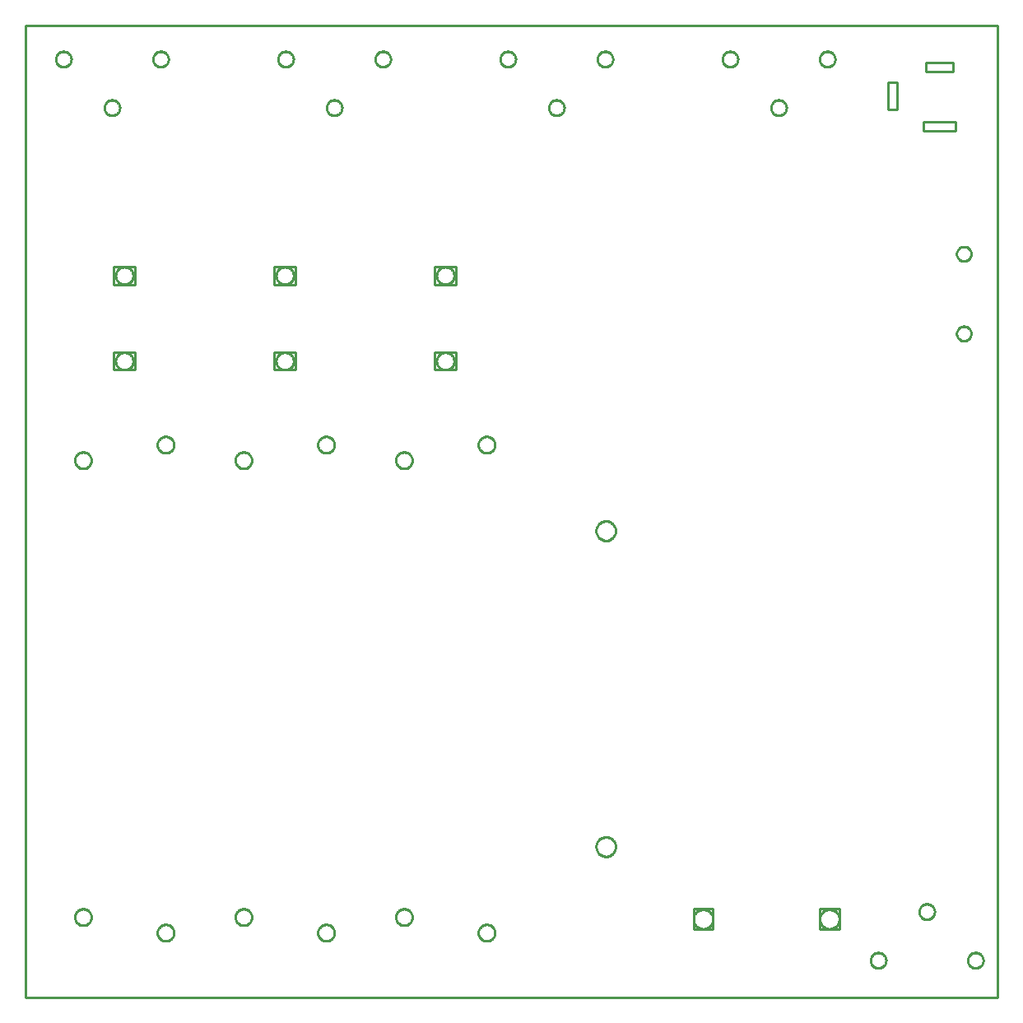
<source format=gbr>
G04 EAGLE Gerber RS-274X export*
G75*
%MOMM*%
%FSLAX34Y34*%
%LPD*%
%IN*%
%IPPOS*%
%AMOC8*
5,1,8,0,0,1.08239X$1,22.5*%
G01*
%ADD10C,0.254000*%


D10*
X0Y0D02*
X1000000Y0D01*
X1000000Y1000000D01*
X0Y1000000D01*
X0Y0D01*
X925800Y952100D02*
X953800Y952100D01*
X953800Y962100D01*
X925800Y962100D01*
X925800Y952100D01*
X886800Y913100D02*
X896800Y913100D01*
X896800Y941100D01*
X886800Y941100D01*
X886800Y913100D01*
X923300Y891100D02*
X956300Y891100D01*
X956300Y901100D01*
X923300Y901100D01*
X923300Y891100D01*
X687000Y70000D02*
X707000Y70000D01*
X707000Y91000D01*
X687000Y91000D01*
X687000Y70000D01*
X817000Y70000D02*
X837000Y70000D01*
X837000Y91000D01*
X817000Y91000D01*
X817000Y70000D01*
X90600Y733500D02*
X112600Y733500D01*
X112600Y751500D01*
X90600Y751500D01*
X90600Y733500D01*
X90600Y645500D02*
X112600Y645500D01*
X112600Y663500D01*
X90600Y663500D01*
X90600Y645500D01*
X420800Y733500D02*
X442800Y733500D01*
X442800Y751500D01*
X420800Y751500D01*
X420800Y733500D01*
X420800Y645500D02*
X442800Y645500D01*
X442800Y663500D01*
X420800Y663500D01*
X420800Y645500D01*
X255700Y645500D02*
X277700Y645500D01*
X277700Y663500D01*
X255700Y663500D01*
X255700Y645500D01*
X255700Y733500D02*
X277700Y733500D01*
X277700Y751500D01*
X255700Y751500D01*
X255700Y733500D01*
X267093Y663500D02*
X267876Y663432D01*
X268650Y663295D01*
X269409Y663092D01*
X270147Y662823D01*
X270860Y662491D01*
X271540Y662098D01*
X272184Y661647D01*
X272786Y661142D01*
X273342Y660586D01*
X273847Y659984D01*
X274298Y659340D01*
X274691Y658660D01*
X275023Y657947D01*
X275292Y657209D01*
X275495Y656450D01*
X275632Y655676D01*
X275700Y654893D01*
X275700Y654107D01*
X275632Y653324D01*
X275495Y652550D01*
X275292Y651791D01*
X275023Y651053D01*
X274691Y650340D01*
X274298Y649660D01*
X273847Y649016D01*
X273342Y648414D01*
X272786Y647858D01*
X272184Y647353D01*
X271540Y646902D01*
X270860Y646509D01*
X270147Y646177D01*
X269409Y645908D01*
X268650Y645705D01*
X267876Y645569D01*
X267093Y645500D01*
X266307Y645500D01*
X265524Y645569D01*
X264750Y645705D01*
X263991Y645908D01*
X263253Y646177D01*
X262540Y646509D01*
X261860Y646902D01*
X261216Y647353D01*
X260614Y647858D01*
X260058Y648414D01*
X259553Y649016D01*
X259102Y649660D01*
X258709Y650340D01*
X258377Y651053D01*
X258108Y651791D01*
X257905Y652550D01*
X257769Y653324D01*
X257700Y654107D01*
X257700Y654893D01*
X257769Y655676D01*
X257905Y656450D01*
X258108Y657209D01*
X258377Y657947D01*
X258709Y658660D01*
X259102Y659340D01*
X259553Y659984D01*
X260058Y660586D01*
X260614Y661142D01*
X261216Y661647D01*
X261860Y662098D01*
X262540Y662491D01*
X263253Y662823D01*
X263991Y663092D01*
X264750Y663295D01*
X265524Y663432D01*
X266307Y663500D01*
X267093Y663500D01*
X267093Y751500D02*
X267876Y751432D01*
X268650Y751295D01*
X269409Y751092D01*
X270147Y750823D01*
X270860Y750491D01*
X271540Y750098D01*
X272184Y749647D01*
X272786Y749142D01*
X273342Y748586D01*
X273847Y747984D01*
X274298Y747340D01*
X274691Y746660D01*
X275023Y745947D01*
X275292Y745209D01*
X275495Y744450D01*
X275632Y743676D01*
X275700Y742893D01*
X275700Y742107D01*
X275632Y741324D01*
X275495Y740550D01*
X275292Y739791D01*
X275023Y739053D01*
X274691Y738340D01*
X274298Y737660D01*
X273847Y737016D01*
X273342Y736414D01*
X272786Y735858D01*
X272184Y735353D01*
X271540Y734902D01*
X270860Y734509D01*
X270147Y734177D01*
X269409Y733908D01*
X268650Y733705D01*
X267876Y733569D01*
X267093Y733500D01*
X266307Y733500D01*
X265524Y733569D01*
X264750Y733705D01*
X263991Y733908D01*
X263253Y734177D01*
X262540Y734509D01*
X261860Y734902D01*
X261216Y735353D01*
X260614Y735858D01*
X260058Y736414D01*
X259553Y737016D01*
X259102Y737660D01*
X258709Y738340D01*
X258377Y739053D01*
X258108Y739791D01*
X257905Y740550D01*
X257769Y741324D01*
X257700Y742107D01*
X257700Y742893D01*
X257769Y743676D01*
X257905Y744450D01*
X258108Y745209D01*
X258377Y745947D01*
X258709Y746660D01*
X259102Y747340D01*
X259553Y747984D01*
X260058Y748586D01*
X260614Y749142D01*
X261216Y749647D01*
X261860Y750098D01*
X262540Y750491D01*
X263253Y750823D01*
X263991Y751092D01*
X264750Y751295D01*
X265524Y751432D01*
X266307Y751500D01*
X267093Y751500D01*
X432193Y663500D02*
X432976Y663432D01*
X433750Y663295D01*
X434509Y663092D01*
X435247Y662823D01*
X435960Y662491D01*
X436640Y662098D01*
X437284Y661647D01*
X437886Y661142D01*
X438442Y660586D01*
X438947Y659984D01*
X439398Y659340D01*
X439791Y658660D01*
X440123Y657947D01*
X440392Y657209D01*
X440595Y656450D01*
X440732Y655676D01*
X440800Y654893D01*
X440800Y654107D01*
X440732Y653324D01*
X440595Y652550D01*
X440392Y651791D01*
X440123Y651053D01*
X439791Y650340D01*
X439398Y649660D01*
X438947Y649016D01*
X438442Y648414D01*
X437886Y647858D01*
X437284Y647353D01*
X436640Y646902D01*
X435960Y646509D01*
X435247Y646177D01*
X434509Y645908D01*
X433750Y645705D01*
X432976Y645569D01*
X432193Y645500D01*
X431407Y645500D01*
X430624Y645569D01*
X429850Y645705D01*
X429091Y645908D01*
X428353Y646177D01*
X427640Y646509D01*
X426960Y646902D01*
X426316Y647353D01*
X425714Y647858D01*
X425158Y648414D01*
X424653Y649016D01*
X424202Y649660D01*
X423809Y650340D01*
X423477Y651053D01*
X423208Y651791D01*
X423005Y652550D01*
X422869Y653324D01*
X422800Y654107D01*
X422800Y654893D01*
X422869Y655676D01*
X423005Y656450D01*
X423208Y657209D01*
X423477Y657947D01*
X423809Y658660D01*
X424202Y659340D01*
X424653Y659984D01*
X425158Y660586D01*
X425714Y661142D01*
X426316Y661647D01*
X426960Y662098D01*
X427640Y662491D01*
X428353Y662823D01*
X429091Y663092D01*
X429850Y663295D01*
X430624Y663432D01*
X431407Y663500D01*
X432193Y663500D01*
X432193Y751500D02*
X432976Y751432D01*
X433750Y751295D01*
X434509Y751092D01*
X435247Y750823D01*
X435960Y750491D01*
X436640Y750098D01*
X437284Y749647D01*
X437886Y749142D01*
X438442Y748586D01*
X438947Y747984D01*
X439398Y747340D01*
X439791Y746660D01*
X440123Y745947D01*
X440392Y745209D01*
X440595Y744450D01*
X440732Y743676D01*
X440800Y742893D01*
X440800Y742107D01*
X440732Y741324D01*
X440595Y740550D01*
X440392Y739791D01*
X440123Y739053D01*
X439791Y738340D01*
X439398Y737660D01*
X438947Y737016D01*
X438442Y736414D01*
X437886Y735858D01*
X437284Y735353D01*
X436640Y734902D01*
X435960Y734509D01*
X435247Y734177D01*
X434509Y733908D01*
X433750Y733705D01*
X432976Y733569D01*
X432193Y733500D01*
X431407Y733500D01*
X430624Y733569D01*
X429850Y733705D01*
X429091Y733908D01*
X428353Y734177D01*
X427640Y734509D01*
X426960Y734902D01*
X426316Y735353D01*
X425714Y735858D01*
X425158Y736414D01*
X424653Y737016D01*
X424202Y737660D01*
X423809Y738340D01*
X423477Y739053D01*
X423208Y739791D01*
X423005Y740550D01*
X422869Y741324D01*
X422800Y742107D01*
X422800Y742893D01*
X422869Y743676D01*
X423005Y744450D01*
X423208Y745209D01*
X423477Y745947D01*
X423809Y746660D01*
X424202Y747340D01*
X424653Y747984D01*
X425158Y748586D01*
X425714Y749142D01*
X426316Y749647D01*
X426960Y750098D01*
X427640Y750491D01*
X428353Y750823D01*
X429091Y751092D01*
X429850Y751295D01*
X430624Y751432D01*
X431407Y751500D01*
X432193Y751500D01*
X101993Y663500D02*
X102776Y663432D01*
X103550Y663295D01*
X104309Y663092D01*
X105047Y662823D01*
X105760Y662491D01*
X106440Y662098D01*
X107084Y661647D01*
X107686Y661142D01*
X108242Y660586D01*
X108747Y659984D01*
X109198Y659340D01*
X109591Y658660D01*
X109923Y657947D01*
X110192Y657209D01*
X110395Y656450D01*
X110532Y655676D01*
X110600Y654893D01*
X110600Y654107D01*
X110532Y653324D01*
X110395Y652550D01*
X110192Y651791D01*
X109923Y651053D01*
X109591Y650340D01*
X109198Y649660D01*
X108747Y649016D01*
X108242Y648414D01*
X107686Y647858D01*
X107084Y647353D01*
X106440Y646902D01*
X105760Y646509D01*
X105047Y646177D01*
X104309Y645908D01*
X103550Y645705D01*
X102776Y645569D01*
X101993Y645500D01*
X101207Y645500D01*
X100424Y645569D01*
X99650Y645705D01*
X98891Y645908D01*
X98153Y646177D01*
X97440Y646509D01*
X96760Y646902D01*
X96116Y647353D01*
X95514Y647858D01*
X94958Y648414D01*
X94453Y649016D01*
X94002Y649660D01*
X93609Y650340D01*
X93277Y651053D01*
X93008Y651791D01*
X92805Y652550D01*
X92669Y653324D01*
X92600Y654107D01*
X92600Y654893D01*
X92669Y655676D01*
X92805Y656450D01*
X93008Y657209D01*
X93277Y657947D01*
X93609Y658660D01*
X94002Y659340D01*
X94453Y659984D01*
X94958Y660586D01*
X95514Y661142D01*
X96116Y661647D01*
X96760Y662098D01*
X97440Y662491D01*
X98153Y662823D01*
X98891Y663092D01*
X99650Y663295D01*
X100424Y663432D01*
X101207Y663500D01*
X101993Y663500D01*
X101993Y751500D02*
X102776Y751432D01*
X103550Y751295D01*
X104309Y751092D01*
X105047Y750823D01*
X105760Y750491D01*
X106440Y750098D01*
X107084Y749647D01*
X107686Y749142D01*
X108242Y748586D01*
X108747Y747984D01*
X109198Y747340D01*
X109591Y746660D01*
X109923Y745947D01*
X110192Y745209D01*
X110395Y744450D01*
X110532Y743676D01*
X110600Y742893D01*
X110600Y742107D01*
X110532Y741324D01*
X110395Y740550D01*
X110192Y739791D01*
X109923Y739053D01*
X109591Y738340D01*
X109198Y737660D01*
X108747Y737016D01*
X108242Y736414D01*
X107686Y735858D01*
X107084Y735353D01*
X106440Y734902D01*
X105760Y734509D01*
X105047Y734177D01*
X104309Y733908D01*
X103550Y733705D01*
X102776Y733569D01*
X101993Y733500D01*
X101207Y733500D01*
X100424Y733569D01*
X99650Y733705D01*
X98891Y733908D01*
X98153Y734177D01*
X97440Y734509D01*
X96760Y734902D01*
X96116Y735353D01*
X95514Y735858D01*
X94958Y736414D01*
X94453Y737016D01*
X94002Y737660D01*
X93609Y738340D01*
X93277Y739053D01*
X93008Y739791D01*
X92805Y740550D01*
X92669Y741324D01*
X92600Y742107D01*
X92600Y742893D01*
X92669Y743676D01*
X92805Y744450D01*
X93008Y745209D01*
X93277Y745947D01*
X93609Y746660D01*
X94002Y747340D01*
X94453Y747984D01*
X94958Y748586D01*
X95514Y749142D01*
X96116Y749647D01*
X96760Y750098D01*
X97440Y750491D01*
X98153Y750823D01*
X98891Y751092D01*
X99650Y751295D01*
X100424Y751432D01*
X101207Y751500D01*
X101993Y751500D01*
X964832Y757400D02*
X964098Y757472D01*
X963375Y757616D01*
X962670Y757830D01*
X961989Y758112D01*
X961340Y758459D01*
X960727Y758869D01*
X960157Y759336D01*
X959636Y759857D01*
X959169Y760427D01*
X958759Y761040D01*
X958412Y761689D01*
X958130Y762370D01*
X957916Y763075D01*
X957772Y763798D01*
X957700Y764532D01*
X957700Y765268D01*
X957772Y766002D01*
X957916Y766725D01*
X958130Y767430D01*
X958412Y768111D01*
X958759Y768760D01*
X959169Y769373D01*
X959636Y769943D01*
X960157Y770464D01*
X960727Y770931D01*
X961340Y771341D01*
X961989Y771688D01*
X962670Y771970D01*
X963375Y772184D01*
X964098Y772328D01*
X964832Y772400D01*
X965568Y772400D01*
X966302Y772328D01*
X967025Y772184D01*
X967730Y771970D01*
X968411Y771688D01*
X969060Y771341D01*
X969673Y770931D01*
X970243Y770464D01*
X970764Y769943D01*
X971231Y769373D01*
X971641Y768760D01*
X971988Y768111D01*
X972270Y767430D01*
X972484Y766725D01*
X972628Y766002D01*
X972700Y765268D01*
X972700Y764532D01*
X972628Y763798D01*
X972484Y763075D01*
X972270Y762370D01*
X971988Y761689D01*
X971641Y761040D01*
X971231Y760427D01*
X970764Y759857D01*
X970243Y759336D01*
X969673Y758869D01*
X969060Y758459D01*
X968411Y758112D01*
X967730Y757830D01*
X967025Y757616D01*
X966302Y757472D01*
X965568Y757400D01*
X964832Y757400D01*
X964832Y675400D02*
X964098Y675472D01*
X963375Y675616D01*
X962670Y675830D01*
X961989Y676112D01*
X961340Y676459D01*
X960727Y676869D01*
X960157Y677336D01*
X959636Y677857D01*
X959169Y678427D01*
X958759Y679040D01*
X958412Y679689D01*
X958130Y680370D01*
X957916Y681075D01*
X957772Y681798D01*
X957700Y682532D01*
X957700Y683268D01*
X957772Y684002D01*
X957916Y684725D01*
X958130Y685430D01*
X958412Y686111D01*
X958759Y686760D01*
X959169Y687373D01*
X959636Y687943D01*
X960157Y688464D01*
X960727Y688931D01*
X961340Y689341D01*
X961989Y689688D01*
X962670Y689970D01*
X963375Y690184D01*
X964098Y690328D01*
X964832Y690400D01*
X965568Y690400D01*
X966302Y690328D01*
X967025Y690184D01*
X967730Y689970D01*
X968411Y689688D01*
X969060Y689341D01*
X969673Y688931D01*
X970243Y688464D01*
X970764Y687943D01*
X971231Y687373D01*
X971641Y686760D01*
X971988Y686111D01*
X972270Y685430D01*
X972484Y684725D01*
X972628Y684002D01*
X972700Y683268D01*
X972700Y682532D01*
X972628Y681798D01*
X972484Y681075D01*
X972270Y680370D01*
X971988Y679689D01*
X971641Y679040D01*
X971231Y678427D01*
X970764Y677857D01*
X970243Y677336D01*
X969673Y676869D01*
X969060Y676459D01*
X968411Y676112D01*
X967730Y675830D01*
X967025Y675616D01*
X966302Y675472D01*
X965568Y675400D01*
X964832Y675400D01*
X877493Y46100D02*
X878275Y46023D01*
X879046Y45870D01*
X879798Y45641D01*
X880525Y45341D01*
X881218Y44970D01*
X881871Y44533D01*
X882479Y44035D01*
X883035Y43479D01*
X883533Y42871D01*
X883970Y42218D01*
X884341Y41525D01*
X884641Y40798D01*
X884870Y40046D01*
X885023Y39275D01*
X885100Y38493D01*
X885100Y37707D01*
X885023Y36925D01*
X884870Y36154D01*
X884641Y35402D01*
X884341Y34675D01*
X883970Y33982D01*
X883533Y33329D01*
X883035Y32721D01*
X882479Y32165D01*
X881871Y31667D01*
X881218Y31230D01*
X880525Y30859D01*
X879798Y30559D01*
X879046Y30330D01*
X878275Y30177D01*
X877493Y30100D01*
X876707Y30100D01*
X875925Y30177D01*
X875154Y30330D01*
X874402Y30559D01*
X873675Y30859D01*
X872982Y31230D01*
X872329Y31667D01*
X871721Y32165D01*
X871165Y32721D01*
X870667Y33329D01*
X870230Y33982D01*
X869859Y34675D01*
X869559Y35402D01*
X869330Y36154D01*
X869177Y36925D01*
X869100Y37707D01*
X869100Y38493D01*
X869177Y39275D01*
X869330Y40046D01*
X869559Y40798D01*
X869859Y41525D01*
X870230Y42218D01*
X870667Y42871D01*
X871165Y43479D01*
X871721Y44035D01*
X872329Y44533D01*
X872982Y44970D01*
X873675Y45341D01*
X874402Y45641D01*
X875154Y45870D01*
X875925Y46023D01*
X876707Y46100D01*
X877493Y46100D01*
X977493Y46100D02*
X978275Y46023D01*
X979046Y45870D01*
X979798Y45641D01*
X980525Y45341D01*
X981218Y44970D01*
X981871Y44533D01*
X982479Y44035D01*
X983035Y43479D01*
X983533Y42871D01*
X983970Y42218D01*
X984341Y41525D01*
X984641Y40798D01*
X984870Y40046D01*
X985023Y39275D01*
X985100Y38493D01*
X985100Y37707D01*
X985023Y36925D01*
X984870Y36154D01*
X984641Y35402D01*
X984341Y34675D01*
X983970Y33982D01*
X983533Y33329D01*
X983035Y32721D01*
X982479Y32165D01*
X981871Y31667D01*
X981218Y31230D01*
X980525Y30859D01*
X979798Y30559D01*
X979046Y30330D01*
X978275Y30177D01*
X977493Y30100D01*
X976707Y30100D01*
X975925Y30177D01*
X975154Y30330D01*
X974402Y30559D01*
X973675Y30859D01*
X972982Y31230D01*
X972329Y31667D01*
X971721Y32165D01*
X971165Y32721D01*
X970667Y33329D01*
X970230Y33982D01*
X969859Y34675D01*
X969559Y35402D01*
X969330Y36154D01*
X969177Y36925D01*
X969100Y37707D01*
X969100Y38493D01*
X969177Y39275D01*
X969330Y40046D01*
X969559Y40798D01*
X969859Y41525D01*
X970230Y42218D01*
X970667Y42871D01*
X971165Y43479D01*
X971721Y44035D01*
X972329Y44533D01*
X972982Y44970D01*
X973675Y45341D01*
X974402Y45641D01*
X975154Y45870D01*
X975925Y46023D01*
X976707Y46100D01*
X977493Y46100D01*
X927493Y96100D02*
X928275Y96023D01*
X929046Y95870D01*
X929798Y95641D01*
X930525Y95341D01*
X931218Y94970D01*
X931871Y94533D01*
X932479Y94035D01*
X933035Y93479D01*
X933533Y92871D01*
X933970Y92218D01*
X934341Y91525D01*
X934641Y90798D01*
X934870Y90046D01*
X935023Y89275D01*
X935100Y88493D01*
X935100Y87707D01*
X935023Y86925D01*
X934870Y86154D01*
X934641Y85402D01*
X934341Y84675D01*
X933970Y83982D01*
X933533Y83329D01*
X933035Y82721D01*
X932479Y82165D01*
X931871Y81667D01*
X931218Y81230D01*
X930525Y80859D01*
X929798Y80559D01*
X929046Y80330D01*
X928275Y80177D01*
X927493Y80100D01*
X926707Y80100D01*
X925925Y80177D01*
X925154Y80330D01*
X924402Y80559D01*
X923675Y80859D01*
X922982Y81230D01*
X922329Y81667D01*
X921721Y82165D01*
X921165Y82721D01*
X920667Y83329D01*
X920230Y83982D01*
X919859Y84675D01*
X919559Y85402D01*
X919330Y86154D01*
X919177Y86925D01*
X919100Y87707D01*
X919100Y88493D01*
X919177Y89275D01*
X919330Y90046D01*
X919559Y90798D01*
X919859Y91525D01*
X920230Y92218D01*
X920667Y92871D01*
X921165Y93479D01*
X921721Y94035D01*
X922329Y94533D01*
X922982Y94970D01*
X923675Y95341D01*
X924402Y95641D01*
X925154Y95870D01*
X925925Y96023D01*
X926707Y96100D01*
X927493Y96100D01*
X597337Y165000D02*
X598207Y164924D01*
X599066Y164772D01*
X599910Y164546D01*
X600730Y164248D01*
X601522Y163879D01*
X602278Y163442D01*
X602993Y162941D01*
X603662Y162380D01*
X604280Y161762D01*
X604841Y161093D01*
X605342Y160378D01*
X605779Y159622D01*
X606148Y158830D01*
X606446Y158010D01*
X606672Y157166D01*
X606824Y156307D01*
X606900Y155437D01*
X606900Y154563D01*
X606824Y153694D01*
X606672Y152834D01*
X606446Y151990D01*
X606148Y151170D01*
X605779Y150378D01*
X605342Y149622D01*
X604841Y148907D01*
X604280Y148238D01*
X603662Y147620D01*
X602993Y147059D01*
X602278Y146558D01*
X601522Y146121D01*
X600730Y145752D01*
X599910Y145454D01*
X599066Y145228D01*
X598207Y145076D01*
X597337Y145000D01*
X596463Y145000D01*
X595594Y145076D01*
X594734Y145228D01*
X593890Y145454D01*
X593070Y145752D01*
X592278Y146121D01*
X591522Y146558D01*
X590807Y147059D01*
X590138Y147620D01*
X589520Y148238D01*
X588959Y148907D01*
X588458Y149622D01*
X588021Y150378D01*
X587652Y151170D01*
X587354Y151990D01*
X587128Y152834D01*
X586976Y153694D01*
X586900Y154563D01*
X586900Y155437D01*
X586976Y156307D01*
X587128Y157166D01*
X587354Y158010D01*
X587652Y158830D01*
X588021Y159622D01*
X588458Y160378D01*
X588959Y161093D01*
X589520Y161762D01*
X590138Y162380D01*
X590807Y162941D01*
X591522Y163442D01*
X592278Y163879D01*
X593070Y164248D01*
X593890Y164546D01*
X594734Y164772D01*
X595594Y164924D01*
X596463Y165000D01*
X597337Y165000D01*
X597337Y490000D02*
X598207Y489924D01*
X599066Y489772D01*
X599910Y489546D01*
X600730Y489248D01*
X601522Y488879D01*
X602278Y488442D01*
X602993Y487941D01*
X603662Y487380D01*
X604280Y486762D01*
X604841Y486093D01*
X605342Y485378D01*
X605779Y484622D01*
X606148Y483830D01*
X606446Y483010D01*
X606672Y482166D01*
X606824Y481307D01*
X606900Y480437D01*
X606900Y479563D01*
X606824Y478694D01*
X606672Y477834D01*
X606446Y476990D01*
X606148Y476170D01*
X605779Y475378D01*
X605342Y474622D01*
X604841Y473907D01*
X604280Y473238D01*
X603662Y472620D01*
X602993Y472059D01*
X602278Y471558D01*
X601522Y471121D01*
X600730Y470752D01*
X599910Y470454D01*
X599066Y470228D01*
X598207Y470076D01*
X597337Y470000D01*
X596463Y470000D01*
X595594Y470076D01*
X594734Y470228D01*
X593890Y470454D01*
X593070Y470752D01*
X592278Y471121D01*
X591522Y471558D01*
X590807Y472059D01*
X590138Y472620D01*
X589520Y473238D01*
X588959Y473907D01*
X588458Y474622D01*
X588021Y475378D01*
X587652Y476170D01*
X587354Y476990D01*
X587128Y477834D01*
X586976Y478694D01*
X586900Y479563D01*
X586900Y480437D01*
X586976Y481307D01*
X587128Y482166D01*
X587354Y483010D01*
X587652Y483830D01*
X588021Y484622D01*
X588458Y485378D01*
X588959Y486093D01*
X589520Y486762D01*
X590138Y487380D01*
X590807Y487941D01*
X591522Y488442D01*
X592278Y488879D01*
X593070Y489248D01*
X593890Y489546D01*
X594734Y489772D01*
X595594Y489924D01*
X596463Y490000D01*
X597337Y490000D01*
X59471Y91000D02*
X60211Y90935D01*
X60942Y90806D01*
X61658Y90614D01*
X62356Y90360D01*
X63029Y90047D01*
X63671Y89676D01*
X64279Y89250D01*
X64848Y88773D01*
X65373Y88248D01*
X65850Y87679D01*
X66276Y87071D01*
X66647Y86429D01*
X66960Y85756D01*
X67214Y85058D01*
X67406Y84342D01*
X67535Y83611D01*
X67600Y82871D01*
X67600Y82129D01*
X67535Y81389D01*
X67406Y80659D01*
X67214Y79942D01*
X66960Y79244D01*
X66647Y78571D01*
X66276Y77929D01*
X65850Y77321D01*
X65373Y76752D01*
X64848Y76227D01*
X64279Y75750D01*
X63671Y75324D01*
X63029Y74953D01*
X62356Y74640D01*
X61658Y74386D01*
X60942Y74194D01*
X60211Y74065D01*
X59471Y74000D01*
X58729Y74000D01*
X57989Y74065D01*
X57259Y74194D01*
X56542Y74386D01*
X55844Y74640D01*
X55171Y74953D01*
X54529Y75324D01*
X53921Y75750D01*
X53352Y76227D01*
X52827Y76752D01*
X52350Y77321D01*
X51924Y77929D01*
X51553Y78571D01*
X51240Y79244D01*
X50986Y79942D01*
X50794Y80659D01*
X50665Y81389D01*
X50600Y82129D01*
X50600Y82871D01*
X50665Y83611D01*
X50794Y84342D01*
X50986Y85058D01*
X51240Y85756D01*
X51553Y86429D01*
X51924Y87071D01*
X52350Y87679D01*
X52827Y88248D01*
X53352Y88773D01*
X53921Y89250D01*
X54529Y89676D01*
X55171Y90047D01*
X55844Y90360D01*
X56542Y90614D01*
X57259Y90806D01*
X57989Y90935D01*
X58729Y91000D01*
X59471Y91000D01*
X59471Y561000D02*
X60211Y560935D01*
X60942Y560806D01*
X61658Y560614D01*
X62356Y560360D01*
X63029Y560047D01*
X63671Y559676D01*
X64279Y559250D01*
X64848Y558773D01*
X65373Y558248D01*
X65850Y557679D01*
X66276Y557071D01*
X66647Y556429D01*
X66960Y555756D01*
X67214Y555058D01*
X67406Y554342D01*
X67535Y553611D01*
X67600Y552871D01*
X67600Y552129D01*
X67535Y551389D01*
X67406Y550659D01*
X67214Y549942D01*
X66960Y549244D01*
X66647Y548571D01*
X66276Y547929D01*
X65850Y547321D01*
X65373Y546752D01*
X64848Y546227D01*
X64279Y545750D01*
X63671Y545324D01*
X63029Y544953D01*
X62356Y544640D01*
X61658Y544386D01*
X60942Y544194D01*
X60211Y544065D01*
X59471Y544000D01*
X58729Y544000D01*
X57989Y544065D01*
X57259Y544194D01*
X56542Y544386D01*
X55844Y544640D01*
X55171Y544953D01*
X54529Y545324D01*
X53921Y545750D01*
X53352Y546227D01*
X52827Y546752D01*
X52350Y547321D01*
X51924Y547929D01*
X51553Y548571D01*
X51240Y549244D01*
X50986Y549942D01*
X50794Y550659D01*
X50665Y551389D01*
X50600Y552129D01*
X50600Y552871D01*
X50665Y553611D01*
X50794Y554342D01*
X50986Y555058D01*
X51240Y555756D01*
X51553Y556429D01*
X51924Y557071D01*
X52350Y557679D01*
X52827Y558248D01*
X53352Y558773D01*
X53921Y559250D01*
X54529Y559676D01*
X55171Y560047D01*
X55844Y560360D01*
X56542Y560614D01*
X57259Y560806D01*
X57989Y560935D01*
X58729Y561000D01*
X59471Y561000D01*
X144471Y75000D02*
X145211Y74935D01*
X145942Y74806D01*
X146658Y74614D01*
X147356Y74360D01*
X148029Y74047D01*
X148671Y73676D01*
X149279Y73250D01*
X149848Y72773D01*
X150373Y72248D01*
X150850Y71679D01*
X151276Y71071D01*
X151647Y70429D01*
X151960Y69756D01*
X152214Y69058D01*
X152406Y68342D01*
X152535Y67611D01*
X152600Y66871D01*
X152600Y66129D01*
X152535Y65389D01*
X152406Y64659D01*
X152214Y63942D01*
X151960Y63244D01*
X151647Y62571D01*
X151276Y61929D01*
X150850Y61321D01*
X150373Y60752D01*
X149848Y60227D01*
X149279Y59750D01*
X148671Y59324D01*
X148029Y58953D01*
X147356Y58640D01*
X146658Y58386D01*
X145942Y58194D01*
X145211Y58065D01*
X144471Y58000D01*
X143729Y58000D01*
X142989Y58065D01*
X142259Y58194D01*
X141542Y58386D01*
X140844Y58640D01*
X140171Y58953D01*
X139529Y59324D01*
X138921Y59750D01*
X138352Y60227D01*
X137827Y60752D01*
X137350Y61321D01*
X136924Y61929D01*
X136553Y62571D01*
X136240Y63244D01*
X135986Y63942D01*
X135794Y64659D01*
X135665Y65389D01*
X135600Y66129D01*
X135600Y66871D01*
X135665Y67611D01*
X135794Y68342D01*
X135986Y69058D01*
X136240Y69756D01*
X136553Y70429D01*
X136924Y71071D01*
X137350Y71679D01*
X137827Y72248D01*
X138352Y72773D01*
X138921Y73250D01*
X139529Y73676D01*
X140171Y74047D01*
X140844Y74360D01*
X141542Y74614D01*
X142259Y74806D01*
X142989Y74935D01*
X143729Y75000D01*
X144471Y75000D01*
X144471Y577000D02*
X145211Y576935D01*
X145942Y576806D01*
X146658Y576614D01*
X147356Y576360D01*
X148029Y576047D01*
X148671Y575676D01*
X149279Y575250D01*
X149848Y574773D01*
X150373Y574248D01*
X150850Y573679D01*
X151276Y573071D01*
X151647Y572429D01*
X151960Y571756D01*
X152214Y571058D01*
X152406Y570342D01*
X152535Y569611D01*
X152600Y568871D01*
X152600Y568129D01*
X152535Y567389D01*
X152406Y566659D01*
X152214Y565942D01*
X151960Y565244D01*
X151647Y564571D01*
X151276Y563929D01*
X150850Y563321D01*
X150373Y562752D01*
X149848Y562227D01*
X149279Y561750D01*
X148671Y561324D01*
X148029Y560953D01*
X147356Y560640D01*
X146658Y560386D01*
X145942Y560194D01*
X145211Y560065D01*
X144471Y560000D01*
X143729Y560000D01*
X142989Y560065D01*
X142259Y560194D01*
X141542Y560386D01*
X140844Y560640D01*
X140171Y560953D01*
X139529Y561324D01*
X138921Y561750D01*
X138352Y562227D01*
X137827Y562752D01*
X137350Y563321D01*
X136924Y563929D01*
X136553Y564571D01*
X136240Y565244D01*
X135986Y565942D01*
X135794Y566659D01*
X135665Y567389D01*
X135600Y568129D01*
X135600Y568871D01*
X135665Y569611D01*
X135794Y570342D01*
X135986Y571058D01*
X136240Y571756D01*
X136553Y572429D01*
X136924Y573071D01*
X137350Y573679D01*
X137827Y574248D01*
X138352Y574773D01*
X138921Y575250D01*
X139529Y575676D01*
X140171Y576047D01*
X140844Y576360D01*
X141542Y576614D01*
X142259Y576806D01*
X142989Y576935D01*
X143729Y577000D01*
X144471Y577000D01*
X224571Y91000D02*
X225311Y90935D01*
X226042Y90806D01*
X226758Y90614D01*
X227456Y90360D01*
X228129Y90047D01*
X228771Y89676D01*
X229379Y89250D01*
X229948Y88773D01*
X230473Y88248D01*
X230950Y87679D01*
X231376Y87071D01*
X231747Y86429D01*
X232060Y85756D01*
X232314Y85058D01*
X232506Y84342D01*
X232635Y83611D01*
X232700Y82871D01*
X232700Y82129D01*
X232635Y81389D01*
X232506Y80659D01*
X232314Y79942D01*
X232060Y79244D01*
X231747Y78571D01*
X231376Y77929D01*
X230950Y77321D01*
X230473Y76752D01*
X229948Y76227D01*
X229379Y75750D01*
X228771Y75324D01*
X228129Y74953D01*
X227456Y74640D01*
X226758Y74386D01*
X226042Y74194D01*
X225311Y74065D01*
X224571Y74000D01*
X223829Y74000D01*
X223089Y74065D01*
X222359Y74194D01*
X221642Y74386D01*
X220944Y74640D01*
X220271Y74953D01*
X219629Y75324D01*
X219021Y75750D01*
X218452Y76227D01*
X217927Y76752D01*
X217450Y77321D01*
X217024Y77929D01*
X216653Y78571D01*
X216340Y79244D01*
X216086Y79942D01*
X215894Y80659D01*
X215765Y81389D01*
X215700Y82129D01*
X215700Y82871D01*
X215765Y83611D01*
X215894Y84342D01*
X216086Y85058D01*
X216340Y85756D01*
X216653Y86429D01*
X217024Y87071D01*
X217450Y87679D01*
X217927Y88248D01*
X218452Y88773D01*
X219021Y89250D01*
X219629Y89676D01*
X220271Y90047D01*
X220944Y90360D01*
X221642Y90614D01*
X222359Y90806D01*
X223089Y90935D01*
X223829Y91000D01*
X224571Y91000D01*
X224571Y561000D02*
X225311Y560935D01*
X226042Y560806D01*
X226758Y560614D01*
X227456Y560360D01*
X228129Y560047D01*
X228771Y559676D01*
X229379Y559250D01*
X229948Y558773D01*
X230473Y558248D01*
X230950Y557679D01*
X231376Y557071D01*
X231747Y556429D01*
X232060Y555756D01*
X232314Y555058D01*
X232506Y554342D01*
X232635Y553611D01*
X232700Y552871D01*
X232700Y552129D01*
X232635Y551389D01*
X232506Y550659D01*
X232314Y549942D01*
X232060Y549244D01*
X231747Y548571D01*
X231376Y547929D01*
X230950Y547321D01*
X230473Y546752D01*
X229948Y546227D01*
X229379Y545750D01*
X228771Y545324D01*
X228129Y544953D01*
X227456Y544640D01*
X226758Y544386D01*
X226042Y544194D01*
X225311Y544065D01*
X224571Y544000D01*
X223829Y544000D01*
X223089Y544065D01*
X222359Y544194D01*
X221642Y544386D01*
X220944Y544640D01*
X220271Y544953D01*
X219629Y545324D01*
X219021Y545750D01*
X218452Y546227D01*
X217927Y546752D01*
X217450Y547321D01*
X217024Y547929D01*
X216653Y548571D01*
X216340Y549244D01*
X216086Y549942D01*
X215894Y550659D01*
X215765Y551389D01*
X215700Y552129D01*
X215700Y552871D01*
X215765Y553611D01*
X215894Y554342D01*
X216086Y555058D01*
X216340Y555756D01*
X216653Y556429D01*
X217024Y557071D01*
X217450Y557679D01*
X217927Y558248D01*
X218452Y558773D01*
X219021Y559250D01*
X219629Y559676D01*
X220271Y560047D01*
X220944Y560360D01*
X221642Y560614D01*
X222359Y560806D01*
X223089Y560935D01*
X223829Y561000D01*
X224571Y561000D01*
X309571Y75000D02*
X310311Y74935D01*
X311042Y74806D01*
X311758Y74614D01*
X312456Y74360D01*
X313129Y74047D01*
X313771Y73676D01*
X314379Y73250D01*
X314948Y72773D01*
X315473Y72248D01*
X315950Y71679D01*
X316376Y71071D01*
X316747Y70429D01*
X317060Y69756D01*
X317314Y69058D01*
X317506Y68342D01*
X317635Y67611D01*
X317700Y66871D01*
X317700Y66129D01*
X317635Y65389D01*
X317506Y64659D01*
X317314Y63942D01*
X317060Y63244D01*
X316747Y62571D01*
X316376Y61929D01*
X315950Y61321D01*
X315473Y60752D01*
X314948Y60227D01*
X314379Y59750D01*
X313771Y59324D01*
X313129Y58953D01*
X312456Y58640D01*
X311758Y58386D01*
X311042Y58194D01*
X310311Y58065D01*
X309571Y58000D01*
X308829Y58000D01*
X308089Y58065D01*
X307359Y58194D01*
X306642Y58386D01*
X305944Y58640D01*
X305271Y58953D01*
X304629Y59324D01*
X304021Y59750D01*
X303452Y60227D01*
X302927Y60752D01*
X302450Y61321D01*
X302024Y61929D01*
X301653Y62571D01*
X301340Y63244D01*
X301086Y63942D01*
X300894Y64659D01*
X300765Y65389D01*
X300700Y66129D01*
X300700Y66871D01*
X300765Y67611D01*
X300894Y68342D01*
X301086Y69058D01*
X301340Y69756D01*
X301653Y70429D01*
X302024Y71071D01*
X302450Y71679D01*
X302927Y72248D01*
X303452Y72773D01*
X304021Y73250D01*
X304629Y73676D01*
X305271Y74047D01*
X305944Y74360D01*
X306642Y74614D01*
X307359Y74806D01*
X308089Y74935D01*
X308829Y75000D01*
X309571Y75000D01*
X309571Y577000D02*
X310311Y576935D01*
X311042Y576806D01*
X311758Y576614D01*
X312456Y576360D01*
X313129Y576047D01*
X313771Y575676D01*
X314379Y575250D01*
X314948Y574773D01*
X315473Y574248D01*
X315950Y573679D01*
X316376Y573071D01*
X316747Y572429D01*
X317060Y571756D01*
X317314Y571058D01*
X317506Y570342D01*
X317635Y569611D01*
X317700Y568871D01*
X317700Y568129D01*
X317635Y567389D01*
X317506Y566659D01*
X317314Y565942D01*
X317060Y565244D01*
X316747Y564571D01*
X316376Y563929D01*
X315950Y563321D01*
X315473Y562752D01*
X314948Y562227D01*
X314379Y561750D01*
X313771Y561324D01*
X313129Y560953D01*
X312456Y560640D01*
X311758Y560386D01*
X311042Y560194D01*
X310311Y560065D01*
X309571Y560000D01*
X308829Y560000D01*
X308089Y560065D01*
X307359Y560194D01*
X306642Y560386D01*
X305944Y560640D01*
X305271Y560953D01*
X304629Y561324D01*
X304021Y561750D01*
X303452Y562227D01*
X302927Y562752D01*
X302450Y563321D01*
X302024Y563929D01*
X301653Y564571D01*
X301340Y565244D01*
X301086Y565942D01*
X300894Y566659D01*
X300765Y567389D01*
X300700Y568129D01*
X300700Y568871D01*
X300765Y569611D01*
X300894Y570342D01*
X301086Y571058D01*
X301340Y571756D01*
X301653Y572429D01*
X302024Y573071D01*
X302450Y573679D01*
X302927Y574248D01*
X303452Y574773D01*
X304021Y575250D01*
X304629Y575676D01*
X305271Y576047D01*
X305944Y576360D01*
X306642Y576614D01*
X307359Y576806D01*
X308089Y576935D01*
X308829Y577000D01*
X309571Y577000D01*
X389671Y91000D02*
X390411Y90935D01*
X391142Y90806D01*
X391858Y90614D01*
X392556Y90360D01*
X393229Y90047D01*
X393871Y89676D01*
X394479Y89250D01*
X395048Y88773D01*
X395573Y88248D01*
X396050Y87679D01*
X396476Y87071D01*
X396847Y86429D01*
X397160Y85756D01*
X397414Y85058D01*
X397606Y84342D01*
X397735Y83611D01*
X397800Y82871D01*
X397800Y82129D01*
X397735Y81389D01*
X397606Y80659D01*
X397414Y79942D01*
X397160Y79244D01*
X396847Y78571D01*
X396476Y77929D01*
X396050Y77321D01*
X395573Y76752D01*
X395048Y76227D01*
X394479Y75750D01*
X393871Y75324D01*
X393229Y74953D01*
X392556Y74640D01*
X391858Y74386D01*
X391142Y74194D01*
X390411Y74065D01*
X389671Y74000D01*
X388929Y74000D01*
X388189Y74065D01*
X387459Y74194D01*
X386742Y74386D01*
X386044Y74640D01*
X385371Y74953D01*
X384729Y75324D01*
X384121Y75750D01*
X383552Y76227D01*
X383027Y76752D01*
X382550Y77321D01*
X382124Y77929D01*
X381753Y78571D01*
X381440Y79244D01*
X381186Y79942D01*
X380994Y80659D01*
X380865Y81389D01*
X380800Y82129D01*
X380800Y82871D01*
X380865Y83611D01*
X380994Y84342D01*
X381186Y85058D01*
X381440Y85756D01*
X381753Y86429D01*
X382124Y87071D01*
X382550Y87679D01*
X383027Y88248D01*
X383552Y88773D01*
X384121Y89250D01*
X384729Y89676D01*
X385371Y90047D01*
X386044Y90360D01*
X386742Y90614D01*
X387459Y90806D01*
X388189Y90935D01*
X388929Y91000D01*
X389671Y91000D01*
X389671Y561000D02*
X390411Y560935D01*
X391142Y560806D01*
X391858Y560614D01*
X392556Y560360D01*
X393229Y560047D01*
X393871Y559676D01*
X394479Y559250D01*
X395048Y558773D01*
X395573Y558248D01*
X396050Y557679D01*
X396476Y557071D01*
X396847Y556429D01*
X397160Y555756D01*
X397414Y555058D01*
X397606Y554342D01*
X397735Y553611D01*
X397800Y552871D01*
X397800Y552129D01*
X397735Y551389D01*
X397606Y550659D01*
X397414Y549942D01*
X397160Y549244D01*
X396847Y548571D01*
X396476Y547929D01*
X396050Y547321D01*
X395573Y546752D01*
X395048Y546227D01*
X394479Y545750D01*
X393871Y545324D01*
X393229Y544953D01*
X392556Y544640D01*
X391858Y544386D01*
X391142Y544194D01*
X390411Y544065D01*
X389671Y544000D01*
X388929Y544000D01*
X388189Y544065D01*
X387459Y544194D01*
X386742Y544386D01*
X386044Y544640D01*
X385371Y544953D01*
X384729Y545324D01*
X384121Y545750D01*
X383552Y546227D01*
X383027Y546752D01*
X382550Y547321D01*
X382124Y547929D01*
X381753Y548571D01*
X381440Y549244D01*
X381186Y549942D01*
X380994Y550659D01*
X380865Y551389D01*
X380800Y552129D01*
X380800Y552871D01*
X380865Y553611D01*
X380994Y554342D01*
X381186Y555058D01*
X381440Y555756D01*
X381753Y556429D01*
X382124Y557071D01*
X382550Y557679D01*
X383027Y558248D01*
X383552Y558773D01*
X384121Y559250D01*
X384729Y559676D01*
X385371Y560047D01*
X386044Y560360D01*
X386742Y560614D01*
X387459Y560806D01*
X388189Y560935D01*
X388929Y561000D01*
X389671Y561000D01*
X474671Y75000D02*
X475411Y74935D01*
X476142Y74806D01*
X476858Y74614D01*
X477556Y74360D01*
X478229Y74047D01*
X478871Y73676D01*
X479479Y73250D01*
X480048Y72773D01*
X480573Y72248D01*
X481050Y71679D01*
X481476Y71071D01*
X481847Y70429D01*
X482160Y69756D01*
X482414Y69058D01*
X482606Y68342D01*
X482735Y67611D01*
X482800Y66871D01*
X482800Y66129D01*
X482735Y65389D01*
X482606Y64659D01*
X482414Y63942D01*
X482160Y63244D01*
X481847Y62571D01*
X481476Y61929D01*
X481050Y61321D01*
X480573Y60752D01*
X480048Y60227D01*
X479479Y59750D01*
X478871Y59324D01*
X478229Y58953D01*
X477556Y58640D01*
X476858Y58386D01*
X476142Y58194D01*
X475411Y58065D01*
X474671Y58000D01*
X473929Y58000D01*
X473189Y58065D01*
X472459Y58194D01*
X471742Y58386D01*
X471044Y58640D01*
X470371Y58953D01*
X469729Y59324D01*
X469121Y59750D01*
X468552Y60227D01*
X468027Y60752D01*
X467550Y61321D01*
X467124Y61929D01*
X466753Y62571D01*
X466440Y63244D01*
X466186Y63942D01*
X465994Y64659D01*
X465865Y65389D01*
X465800Y66129D01*
X465800Y66871D01*
X465865Y67611D01*
X465994Y68342D01*
X466186Y69058D01*
X466440Y69756D01*
X466753Y70429D01*
X467124Y71071D01*
X467550Y71679D01*
X468027Y72248D01*
X468552Y72773D01*
X469121Y73250D01*
X469729Y73676D01*
X470371Y74047D01*
X471044Y74360D01*
X471742Y74614D01*
X472459Y74806D01*
X473189Y74935D01*
X473929Y75000D01*
X474671Y75000D01*
X474671Y577000D02*
X475411Y576935D01*
X476142Y576806D01*
X476858Y576614D01*
X477556Y576360D01*
X478229Y576047D01*
X478871Y575676D01*
X479479Y575250D01*
X480048Y574773D01*
X480573Y574248D01*
X481050Y573679D01*
X481476Y573071D01*
X481847Y572429D01*
X482160Y571756D01*
X482414Y571058D01*
X482606Y570342D01*
X482735Y569611D01*
X482800Y568871D01*
X482800Y568129D01*
X482735Y567389D01*
X482606Y566659D01*
X482414Y565942D01*
X482160Y565244D01*
X481847Y564571D01*
X481476Y563929D01*
X481050Y563321D01*
X480573Y562752D01*
X480048Y562227D01*
X479479Y561750D01*
X478871Y561324D01*
X478229Y560953D01*
X477556Y560640D01*
X476858Y560386D01*
X476142Y560194D01*
X475411Y560065D01*
X474671Y560000D01*
X473929Y560000D01*
X473189Y560065D01*
X472459Y560194D01*
X471742Y560386D01*
X471044Y560640D01*
X470371Y560953D01*
X469729Y561324D01*
X469121Y561750D01*
X468552Y562227D01*
X468027Y562752D01*
X467550Y563321D01*
X467124Y563929D01*
X466753Y564571D01*
X466440Y565244D01*
X466186Y565942D01*
X465994Y566659D01*
X465865Y567389D01*
X465800Y568129D01*
X465800Y568871D01*
X465865Y569611D01*
X465994Y570342D01*
X466186Y571058D01*
X466440Y571756D01*
X466753Y572429D01*
X467124Y573071D01*
X467550Y573679D01*
X468027Y574248D01*
X468552Y574773D01*
X469121Y575250D01*
X469729Y575676D01*
X470371Y576047D01*
X471044Y576360D01*
X471742Y576614D01*
X472459Y576806D01*
X473189Y576935D01*
X473929Y577000D01*
X474671Y577000D01*
X817000Y80937D02*
X817076Y81807D01*
X817228Y82666D01*
X817454Y83510D01*
X817752Y84330D01*
X818121Y85122D01*
X818558Y85878D01*
X819059Y86593D01*
X819620Y87262D01*
X820238Y87880D01*
X820907Y88441D01*
X821622Y88942D01*
X822378Y89379D01*
X823170Y89748D01*
X823990Y90046D01*
X824834Y90272D01*
X825694Y90424D01*
X826563Y90500D01*
X827437Y90500D01*
X828307Y90424D01*
X829166Y90272D01*
X830010Y90046D01*
X830830Y89748D01*
X831622Y89379D01*
X832378Y88942D01*
X833093Y88441D01*
X833762Y87880D01*
X834380Y87262D01*
X834941Y86593D01*
X835442Y85878D01*
X835879Y85122D01*
X836248Y84330D01*
X836546Y83510D01*
X836772Y82666D01*
X836924Y81807D01*
X837000Y80937D01*
X837000Y80063D01*
X836924Y79194D01*
X836772Y78334D01*
X836546Y77490D01*
X836248Y76670D01*
X835879Y75878D01*
X835442Y75122D01*
X834941Y74407D01*
X834380Y73738D01*
X833762Y73120D01*
X833093Y72559D01*
X832378Y72058D01*
X831622Y71621D01*
X830830Y71252D01*
X830010Y70954D01*
X829166Y70728D01*
X828307Y70576D01*
X827437Y70500D01*
X826563Y70500D01*
X825694Y70576D01*
X824834Y70728D01*
X823990Y70954D01*
X823170Y71252D01*
X822378Y71621D01*
X821622Y72058D01*
X820907Y72559D01*
X820238Y73120D01*
X819620Y73738D01*
X819059Y74407D01*
X818558Y75122D01*
X818121Y75878D01*
X817752Y76670D01*
X817454Y77490D01*
X817228Y78334D01*
X817076Y79194D01*
X817000Y80063D01*
X817000Y80937D01*
X687000Y80937D02*
X687076Y81807D01*
X687228Y82666D01*
X687454Y83510D01*
X687752Y84330D01*
X688121Y85122D01*
X688558Y85878D01*
X689059Y86593D01*
X689620Y87262D01*
X690238Y87880D01*
X690907Y88441D01*
X691622Y88942D01*
X692378Y89379D01*
X693170Y89748D01*
X693990Y90046D01*
X694834Y90272D01*
X695694Y90424D01*
X696563Y90500D01*
X697437Y90500D01*
X698307Y90424D01*
X699166Y90272D01*
X700010Y90046D01*
X700830Y89748D01*
X701622Y89379D01*
X702378Y88942D01*
X703093Y88441D01*
X703762Y87880D01*
X704380Y87262D01*
X704941Y86593D01*
X705442Y85878D01*
X705879Y85122D01*
X706248Y84330D01*
X706546Y83510D01*
X706772Y82666D01*
X706924Y81807D01*
X707000Y80937D01*
X707000Y80063D01*
X706924Y79194D01*
X706772Y78334D01*
X706546Y77490D01*
X706248Y76670D01*
X705879Y75878D01*
X705442Y75122D01*
X704941Y74407D01*
X704380Y73738D01*
X703762Y73120D01*
X703093Y72559D01*
X702378Y72058D01*
X701622Y71621D01*
X700830Y71252D01*
X700010Y70954D01*
X699166Y70728D01*
X698307Y70576D01*
X697437Y70500D01*
X696563Y70500D01*
X695694Y70576D01*
X694834Y70728D01*
X693990Y70954D01*
X693170Y71252D01*
X692378Y71621D01*
X691622Y72058D01*
X690907Y72559D01*
X690238Y73120D01*
X689620Y73738D01*
X689059Y74407D01*
X688558Y75122D01*
X688121Y75878D01*
X687752Y76670D01*
X687454Y77490D01*
X687228Y78334D01*
X687076Y79194D01*
X687000Y80063D01*
X687000Y80937D01*
X138507Y957200D02*
X137725Y957277D01*
X136954Y957430D01*
X136202Y957659D01*
X135475Y957959D01*
X134782Y958330D01*
X134129Y958767D01*
X133521Y959265D01*
X132965Y959821D01*
X132467Y960429D01*
X132030Y961082D01*
X131659Y961775D01*
X131359Y962502D01*
X131130Y963254D01*
X130977Y964025D01*
X130900Y964807D01*
X130900Y965593D01*
X130977Y966375D01*
X131130Y967146D01*
X131359Y967898D01*
X131659Y968625D01*
X132030Y969318D01*
X132467Y969971D01*
X132965Y970579D01*
X133521Y971135D01*
X134129Y971633D01*
X134782Y972070D01*
X135475Y972441D01*
X136202Y972741D01*
X136954Y972970D01*
X137725Y973123D01*
X138507Y973200D01*
X139293Y973200D01*
X140075Y973123D01*
X140846Y972970D01*
X141598Y972741D01*
X142325Y972441D01*
X143018Y972070D01*
X143671Y971633D01*
X144279Y971135D01*
X144835Y970579D01*
X145333Y969971D01*
X145770Y969318D01*
X146141Y968625D01*
X146441Y967898D01*
X146670Y967146D01*
X146823Y966375D01*
X146900Y965593D01*
X146900Y964807D01*
X146823Y964025D01*
X146670Y963254D01*
X146441Y962502D01*
X146141Y961775D01*
X145770Y961082D01*
X145333Y960429D01*
X144835Y959821D01*
X144279Y959265D01*
X143671Y958767D01*
X143018Y958330D01*
X142325Y957959D01*
X141598Y957659D01*
X140846Y957430D01*
X140075Y957277D01*
X139293Y957200D01*
X138507Y957200D01*
X38507Y957200D02*
X37725Y957277D01*
X36954Y957430D01*
X36202Y957659D01*
X35475Y957959D01*
X34782Y958330D01*
X34129Y958767D01*
X33521Y959265D01*
X32965Y959821D01*
X32467Y960429D01*
X32030Y961082D01*
X31659Y961775D01*
X31359Y962502D01*
X31130Y963254D01*
X30977Y964025D01*
X30900Y964807D01*
X30900Y965593D01*
X30977Y966375D01*
X31130Y967146D01*
X31359Y967898D01*
X31659Y968625D01*
X32030Y969318D01*
X32467Y969971D01*
X32965Y970579D01*
X33521Y971135D01*
X34129Y971633D01*
X34782Y972070D01*
X35475Y972441D01*
X36202Y972741D01*
X36954Y972970D01*
X37725Y973123D01*
X38507Y973200D01*
X39293Y973200D01*
X40075Y973123D01*
X40846Y972970D01*
X41598Y972741D01*
X42325Y972441D01*
X43018Y972070D01*
X43671Y971633D01*
X44279Y971135D01*
X44835Y970579D01*
X45333Y969971D01*
X45770Y969318D01*
X46141Y968625D01*
X46441Y967898D01*
X46670Y967146D01*
X46823Y966375D01*
X46900Y965593D01*
X46900Y964807D01*
X46823Y964025D01*
X46670Y963254D01*
X46441Y962502D01*
X46141Y961775D01*
X45770Y961082D01*
X45333Y960429D01*
X44835Y959821D01*
X44279Y959265D01*
X43671Y958767D01*
X43018Y958330D01*
X42325Y957959D01*
X41598Y957659D01*
X40846Y957430D01*
X40075Y957277D01*
X39293Y957200D01*
X38507Y957200D01*
X88507Y907200D02*
X87725Y907277D01*
X86954Y907430D01*
X86202Y907659D01*
X85475Y907959D01*
X84782Y908330D01*
X84129Y908767D01*
X83521Y909265D01*
X82965Y909821D01*
X82467Y910429D01*
X82030Y911082D01*
X81659Y911775D01*
X81359Y912502D01*
X81130Y913254D01*
X80977Y914025D01*
X80900Y914807D01*
X80900Y915593D01*
X80977Y916375D01*
X81130Y917146D01*
X81359Y917898D01*
X81659Y918625D01*
X82030Y919318D01*
X82467Y919971D01*
X82965Y920579D01*
X83521Y921135D01*
X84129Y921633D01*
X84782Y922070D01*
X85475Y922441D01*
X86202Y922741D01*
X86954Y922970D01*
X87725Y923123D01*
X88507Y923200D01*
X89293Y923200D01*
X90075Y923123D01*
X90846Y922970D01*
X91598Y922741D01*
X92325Y922441D01*
X93018Y922070D01*
X93671Y921633D01*
X94279Y921135D01*
X94835Y920579D01*
X95333Y919971D01*
X95770Y919318D01*
X96141Y918625D01*
X96441Y917898D01*
X96670Y917146D01*
X96823Y916375D01*
X96900Y915593D01*
X96900Y914807D01*
X96823Y914025D01*
X96670Y913254D01*
X96441Y912502D01*
X96141Y911775D01*
X95770Y911082D01*
X95333Y910429D01*
X94835Y909821D01*
X94279Y909265D01*
X93671Y908767D01*
X93018Y908330D01*
X92325Y907959D01*
X91598Y907659D01*
X90846Y907430D01*
X90075Y907277D01*
X89293Y907200D01*
X88507Y907200D01*
X824307Y957200D02*
X823525Y957277D01*
X822754Y957430D01*
X822002Y957659D01*
X821275Y957959D01*
X820582Y958330D01*
X819929Y958767D01*
X819321Y959265D01*
X818765Y959821D01*
X818267Y960429D01*
X817830Y961082D01*
X817459Y961775D01*
X817159Y962502D01*
X816930Y963254D01*
X816777Y964025D01*
X816700Y964807D01*
X816700Y965593D01*
X816777Y966375D01*
X816930Y967146D01*
X817159Y967898D01*
X817459Y968625D01*
X817830Y969318D01*
X818267Y969971D01*
X818765Y970579D01*
X819321Y971135D01*
X819929Y971633D01*
X820582Y972070D01*
X821275Y972441D01*
X822002Y972741D01*
X822754Y972970D01*
X823525Y973123D01*
X824307Y973200D01*
X825093Y973200D01*
X825875Y973123D01*
X826646Y972970D01*
X827398Y972741D01*
X828125Y972441D01*
X828818Y972070D01*
X829471Y971633D01*
X830079Y971135D01*
X830635Y970579D01*
X831133Y969971D01*
X831570Y969318D01*
X831941Y968625D01*
X832241Y967898D01*
X832470Y967146D01*
X832623Y966375D01*
X832700Y965593D01*
X832700Y964807D01*
X832623Y964025D01*
X832470Y963254D01*
X832241Y962502D01*
X831941Y961775D01*
X831570Y961082D01*
X831133Y960429D01*
X830635Y959821D01*
X830079Y959265D01*
X829471Y958767D01*
X828818Y958330D01*
X828125Y957959D01*
X827398Y957659D01*
X826646Y957430D01*
X825875Y957277D01*
X825093Y957200D01*
X824307Y957200D01*
X724307Y957200D02*
X723525Y957277D01*
X722754Y957430D01*
X722002Y957659D01*
X721275Y957959D01*
X720582Y958330D01*
X719929Y958767D01*
X719321Y959265D01*
X718765Y959821D01*
X718267Y960429D01*
X717830Y961082D01*
X717459Y961775D01*
X717159Y962502D01*
X716930Y963254D01*
X716777Y964025D01*
X716700Y964807D01*
X716700Y965593D01*
X716777Y966375D01*
X716930Y967146D01*
X717159Y967898D01*
X717459Y968625D01*
X717830Y969318D01*
X718267Y969971D01*
X718765Y970579D01*
X719321Y971135D01*
X719929Y971633D01*
X720582Y972070D01*
X721275Y972441D01*
X722002Y972741D01*
X722754Y972970D01*
X723525Y973123D01*
X724307Y973200D01*
X725093Y973200D01*
X725875Y973123D01*
X726646Y972970D01*
X727398Y972741D01*
X728125Y972441D01*
X728818Y972070D01*
X729471Y971633D01*
X730079Y971135D01*
X730635Y970579D01*
X731133Y969971D01*
X731570Y969318D01*
X731941Y968625D01*
X732241Y967898D01*
X732470Y967146D01*
X732623Y966375D01*
X732700Y965593D01*
X732700Y964807D01*
X732623Y964025D01*
X732470Y963254D01*
X732241Y962502D01*
X731941Y961775D01*
X731570Y961082D01*
X731133Y960429D01*
X730635Y959821D01*
X730079Y959265D01*
X729471Y958767D01*
X728818Y958330D01*
X728125Y957959D01*
X727398Y957659D01*
X726646Y957430D01*
X725875Y957277D01*
X725093Y957200D01*
X724307Y957200D01*
X774307Y907200D02*
X773525Y907277D01*
X772754Y907430D01*
X772002Y907659D01*
X771275Y907959D01*
X770582Y908330D01*
X769929Y908767D01*
X769321Y909265D01*
X768765Y909821D01*
X768267Y910429D01*
X767830Y911082D01*
X767459Y911775D01*
X767159Y912502D01*
X766930Y913254D01*
X766777Y914025D01*
X766700Y914807D01*
X766700Y915593D01*
X766777Y916375D01*
X766930Y917146D01*
X767159Y917898D01*
X767459Y918625D01*
X767830Y919318D01*
X768267Y919971D01*
X768765Y920579D01*
X769321Y921135D01*
X769929Y921633D01*
X770582Y922070D01*
X771275Y922441D01*
X772002Y922741D01*
X772754Y922970D01*
X773525Y923123D01*
X774307Y923200D01*
X775093Y923200D01*
X775875Y923123D01*
X776646Y922970D01*
X777398Y922741D01*
X778125Y922441D01*
X778818Y922070D01*
X779471Y921633D01*
X780079Y921135D01*
X780635Y920579D01*
X781133Y919971D01*
X781570Y919318D01*
X781941Y918625D01*
X782241Y917898D01*
X782470Y917146D01*
X782623Y916375D01*
X782700Y915593D01*
X782700Y914807D01*
X782623Y914025D01*
X782470Y913254D01*
X782241Y912502D01*
X781941Y911775D01*
X781570Y911082D01*
X781133Y910429D01*
X780635Y909821D01*
X780079Y909265D01*
X779471Y908767D01*
X778818Y908330D01*
X778125Y907959D01*
X777398Y907659D01*
X776646Y907430D01*
X775875Y907277D01*
X775093Y907200D01*
X774307Y907200D01*
X595707Y957200D02*
X594925Y957277D01*
X594154Y957430D01*
X593402Y957659D01*
X592675Y957959D01*
X591982Y958330D01*
X591329Y958767D01*
X590721Y959265D01*
X590165Y959821D01*
X589667Y960429D01*
X589230Y961082D01*
X588859Y961775D01*
X588559Y962502D01*
X588330Y963254D01*
X588177Y964025D01*
X588100Y964807D01*
X588100Y965593D01*
X588177Y966375D01*
X588330Y967146D01*
X588559Y967898D01*
X588859Y968625D01*
X589230Y969318D01*
X589667Y969971D01*
X590165Y970579D01*
X590721Y971135D01*
X591329Y971633D01*
X591982Y972070D01*
X592675Y972441D01*
X593402Y972741D01*
X594154Y972970D01*
X594925Y973123D01*
X595707Y973200D01*
X596493Y973200D01*
X597275Y973123D01*
X598046Y972970D01*
X598798Y972741D01*
X599525Y972441D01*
X600218Y972070D01*
X600871Y971633D01*
X601479Y971135D01*
X602035Y970579D01*
X602533Y969971D01*
X602970Y969318D01*
X603341Y968625D01*
X603641Y967898D01*
X603870Y967146D01*
X604023Y966375D01*
X604100Y965593D01*
X604100Y964807D01*
X604023Y964025D01*
X603870Y963254D01*
X603641Y962502D01*
X603341Y961775D01*
X602970Y961082D01*
X602533Y960429D01*
X602035Y959821D01*
X601479Y959265D01*
X600871Y958767D01*
X600218Y958330D01*
X599525Y957959D01*
X598798Y957659D01*
X598046Y957430D01*
X597275Y957277D01*
X596493Y957200D01*
X595707Y957200D01*
X495707Y957200D02*
X494925Y957277D01*
X494154Y957430D01*
X493402Y957659D01*
X492675Y957959D01*
X491982Y958330D01*
X491329Y958767D01*
X490721Y959265D01*
X490165Y959821D01*
X489667Y960429D01*
X489230Y961082D01*
X488859Y961775D01*
X488559Y962502D01*
X488330Y963254D01*
X488177Y964025D01*
X488100Y964807D01*
X488100Y965593D01*
X488177Y966375D01*
X488330Y967146D01*
X488559Y967898D01*
X488859Y968625D01*
X489230Y969318D01*
X489667Y969971D01*
X490165Y970579D01*
X490721Y971135D01*
X491329Y971633D01*
X491982Y972070D01*
X492675Y972441D01*
X493402Y972741D01*
X494154Y972970D01*
X494925Y973123D01*
X495707Y973200D01*
X496493Y973200D01*
X497275Y973123D01*
X498046Y972970D01*
X498798Y972741D01*
X499525Y972441D01*
X500218Y972070D01*
X500871Y971633D01*
X501479Y971135D01*
X502035Y970579D01*
X502533Y969971D01*
X502970Y969318D01*
X503341Y968625D01*
X503641Y967898D01*
X503870Y967146D01*
X504023Y966375D01*
X504100Y965593D01*
X504100Y964807D01*
X504023Y964025D01*
X503870Y963254D01*
X503641Y962502D01*
X503341Y961775D01*
X502970Y961082D01*
X502533Y960429D01*
X502035Y959821D01*
X501479Y959265D01*
X500871Y958767D01*
X500218Y958330D01*
X499525Y957959D01*
X498798Y957659D01*
X498046Y957430D01*
X497275Y957277D01*
X496493Y957200D01*
X495707Y957200D01*
X545707Y907200D02*
X544925Y907277D01*
X544154Y907430D01*
X543402Y907659D01*
X542675Y907959D01*
X541982Y908330D01*
X541329Y908767D01*
X540721Y909265D01*
X540165Y909821D01*
X539667Y910429D01*
X539230Y911082D01*
X538859Y911775D01*
X538559Y912502D01*
X538330Y913254D01*
X538177Y914025D01*
X538100Y914807D01*
X538100Y915593D01*
X538177Y916375D01*
X538330Y917146D01*
X538559Y917898D01*
X538859Y918625D01*
X539230Y919318D01*
X539667Y919971D01*
X540165Y920579D01*
X540721Y921135D01*
X541329Y921633D01*
X541982Y922070D01*
X542675Y922441D01*
X543402Y922741D01*
X544154Y922970D01*
X544925Y923123D01*
X545707Y923200D01*
X546493Y923200D01*
X547275Y923123D01*
X548046Y922970D01*
X548798Y922741D01*
X549525Y922441D01*
X550218Y922070D01*
X550871Y921633D01*
X551479Y921135D01*
X552035Y920579D01*
X552533Y919971D01*
X552970Y919318D01*
X553341Y918625D01*
X553641Y917898D01*
X553870Y917146D01*
X554023Y916375D01*
X554100Y915593D01*
X554100Y914807D01*
X554023Y914025D01*
X553870Y913254D01*
X553641Y912502D01*
X553341Y911775D01*
X552970Y911082D01*
X552533Y910429D01*
X552035Y909821D01*
X551479Y909265D01*
X550871Y908767D01*
X550218Y908330D01*
X549525Y907959D01*
X548798Y907659D01*
X548046Y907430D01*
X547275Y907277D01*
X546493Y907200D01*
X545707Y907200D01*
X367107Y957200D02*
X366325Y957277D01*
X365554Y957430D01*
X364802Y957659D01*
X364075Y957959D01*
X363382Y958330D01*
X362729Y958767D01*
X362121Y959265D01*
X361565Y959821D01*
X361067Y960429D01*
X360630Y961082D01*
X360259Y961775D01*
X359959Y962502D01*
X359730Y963254D01*
X359577Y964025D01*
X359500Y964807D01*
X359500Y965593D01*
X359577Y966375D01*
X359730Y967146D01*
X359959Y967898D01*
X360259Y968625D01*
X360630Y969318D01*
X361067Y969971D01*
X361565Y970579D01*
X362121Y971135D01*
X362729Y971633D01*
X363382Y972070D01*
X364075Y972441D01*
X364802Y972741D01*
X365554Y972970D01*
X366325Y973123D01*
X367107Y973200D01*
X367893Y973200D01*
X368675Y973123D01*
X369446Y972970D01*
X370198Y972741D01*
X370925Y972441D01*
X371618Y972070D01*
X372271Y971633D01*
X372879Y971135D01*
X373435Y970579D01*
X373933Y969971D01*
X374370Y969318D01*
X374741Y968625D01*
X375041Y967898D01*
X375270Y967146D01*
X375423Y966375D01*
X375500Y965593D01*
X375500Y964807D01*
X375423Y964025D01*
X375270Y963254D01*
X375041Y962502D01*
X374741Y961775D01*
X374370Y961082D01*
X373933Y960429D01*
X373435Y959821D01*
X372879Y959265D01*
X372271Y958767D01*
X371618Y958330D01*
X370925Y957959D01*
X370198Y957659D01*
X369446Y957430D01*
X368675Y957277D01*
X367893Y957200D01*
X367107Y957200D01*
X267107Y957200D02*
X266325Y957277D01*
X265554Y957430D01*
X264802Y957659D01*
X264075Y957959D01*
X263382Y958330D01*
X262729Y958767D01*
X262121Y959265D01*
X261565Y959821D01*
X261067Y960429D01*
X260630Y961082D01*
X260259Y961775D01*
X259959Y962502D01*
X259730Y963254D01*
X259577Y964025D01*
X259500Y964807D01*
X259500Y965593D01*
X259577Y966375D01*
X259730Y967146D01*
X259959Y967898D01*
X260259Y968625D01*
X260630Y969318D01*
X261067Y969971D01*
X261565Y970579D01*
X262121Y971135D01*
X262729Y971633D01*
X263382Y972070D01*
X264075Y972441D01*
X264802Y972741D01*
X265554Y972970D01*
X266325Y973123D01*
X267107Y973200D01*
X267893Y973200D01*
X268675Y973123D01*
X269446Y972970D01*
X270198Y972741D01*
X270925Y972441D01*
X271618Y972070D01*
X272271Y971633D01*
X272879Y971135D01*
X273435Y970579D01*
X273933Y969971D01*
X274370Y969318D01*
X274741Y968625D01*
X275041Y967898D01*
X275270Y967146D01*
X275423Y966375D01*
X275500Y965593D01*
X275500Y964807D01*
X275423Y964025D01*
X275270Y963254D01*
X275041Y962502D01*
X274741Y961775D01*
X274370Y961082D01*
X273933Y960429D01*
X273435Y959821D01*
X272879Y959265D01*
X272271Y958767D01*
X271618Y958330D01*
X270925Y957959D01*
X270198Y957659D01*
X269446Y957430D01*
X268675Y957277D01*
X267893Y957200D01*
X267107Y957200D01*
X317107Y907200D02*
X316325Y907277D01*
X315554Y907430D01*
X314802Y907659D01*
X314075Y907959D01*
X313382Y908330D01*
X312729Y908767D01*
X312121Y909265D01*
X311565Y909821D01*
X311067Y910429D01*
X310630Y911082D01*
X310259Y911775D01*
X309959Y912502D01*
X309730Y913254D01*
X309577Y914025D01*
X309500Y914807D01*
X309500Y915593D01*
X309577Y916375D01*
X309730Y917146D01*
X309959Y917898D01*
X310259Y918625D01*
X310630Y919318D01*
X311067Y919971D01*
X311565Y920579D01*
X312121Y921135D01*
X312729Y921633D01*
X313382Y922070D01*
X314075Y922441D01*
X314802Y922741D01*
X315554Y922970D01*
X316325Y923123D01*
X317107Y923200D01*
X317893Y923200D01*
X318675Y923123D01*
X319446Y922970D01*
X320198Y922741D01*
X320925Y922441D01*
X321618Y922070D01*
X322271Y921633D01*
X322879Y921135D01*
X323435Y920579D01*
X323933Y919971D01*
X324370Y919318D01*
X324741Y918625D01*
X325041Y917898D01*
X325270Y917146D01*
X325423Y916375D01*
X325500Y915593D01*
X325500Y914807D01*
X325423Y914025D01*
X325270Y913254D01*
X325041Y912502D01*
X324741Y911775D01*
X324370Y911082D01*
X323933Y910429D01*
X323435Y909821D01*
X322879Y909265D01*
X322271Y908767D01*
X321618Y908330D01*
X320925Y907959D01*
X320198Y907659D01*
X319446Y907430D01*
X318675Y907277D01*
X317893Y907200D01*
X317107Y907200D01*
M02*

</source>
